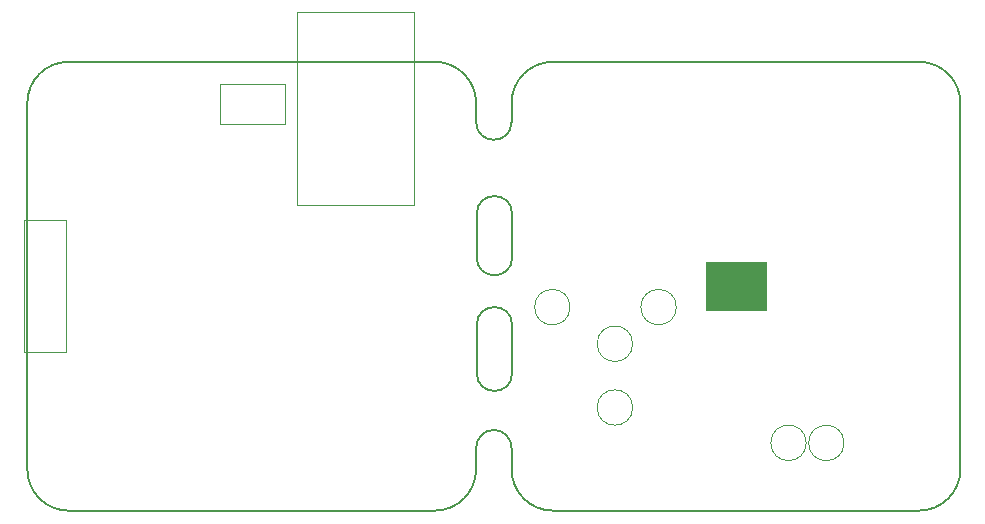
<source format=gbr>
%TF.GenerationSoftware,KiCad,Pcbnew,(7.0.0-0)*%
%TF.CreationDate,2023-05-24T17:39:12+02:00*%
%TF.ProjectId,ethersweep,65746865-7273-4776-9565-702e6b696361,2.0.1*%
%TF.SameCoordinates,Original*%
%TF.FileFunction,Other,User*%
%FSLAX46Y46*%
G04 Gerber Fmt 4.6, Leading zero omitted, Abs format (unit mm)*
G04 Created by KiCad (PCBNEW (7.0.0-0)) date 2023-05-24 17:39:12*
%MOMM*%
%LPD*%
G01*
G04 APERTURE LIST*
%ADD10C,0.050000*%
%ADD11C,0.010000*%
%TA.AperFunction,Profile*%
%ADD12C,0.150000*%
%TD*%
G04 APERTURE END LIST*
D10*
X168920000Y-22510000D02*
X178820000Y-22510000D01*
X168920000Y-38800000D02*
X168920000Y-22510000D01*
X178820000Y-22510000D02*
X178820000Y-38800000D01*
X178820000Y-38800000D02*
X168920000Y-38800000D01*
X149400000Y-51300000D02*
X145800000Y-51300000D01*
X149400000Y-40100000D02*
X149400000Y-51300000D01*
X145800000Y-51300000D02*
X145800000Y-40100000D01*
X145800000Y-40100000D02*
X149400000Y-40100000D01*
X167900000Y-31950000D02*
X167900000Y-28550000D01*
X167900000Y-28550000D02*
X162400000Y-28550000D01*
X162400000Y-31950000D02*
X167900000Y-31950000D01*
X162400000Y-28550000D02*
X162400000Y-31950000D01*
G36*
X208640000Y-47732000D02*
G01*
X203560000Y-47732000D01*
X203560000Y-43668000D01*
X208640000Y-43668000D01*
X208640000Y-47732000D01*
G37*
D11*
X208640000Y-47732000D02*
X203560000Y-47732000D01*
X203560000Y-43668000D01*
X208640000Y-43668000D01*
X208640000Y-47732000D01*
D10*
X197350000Y-55970000D02*
G75*
G03*
X197350000Y-55970000I-1500000J0D01*
G01*
X215250000Y-58970000D02*
G75*
G03*
X215250000Y-58970000I-1500000J0D01*
G01*
X197350000Y-50570000D02*
G75*
G03*
X197350000Y-50570000I-1500000J0D01*
G01*
X212050000Y-58963000D02*
G75*
G03*
X212050000Y-58963000I-1500000J0D01*
G01*
X201050000Y-47470000D02*
G75*
G03*
X201050000Y-47470000I-1500000J0D01*
G01*
X192050000Y-47470000D02*
G75*
G03*
X192050000Y-47470000I-1500000J0D01*
G01*
D12*
X184100000Y-31800000D02*
X184100000Y-30200000D01*
X184100000Y-60700000D02*
X184100000Y-59400000D01*
X180600000Y-26700000D02*
X149600000Y-26700000D01*
X149600000Y-26700000D02*
G75*
G03*
X146100000Y-30200000I0J-3500000D01*
G01*
X184100000Y-30200000D02*
G75*
G03*
X180600000Y-26700000I-3500000J0D01*
G01*
X180600000Y-64700000D02*
G75*
G03*
X184100000Y-61200000I0J3500000D01*
G01*
X146100000Y-30200000D02*
X146100000Y-61200000D01*
X149600000Y-64700000D02*
X180600000Y-64700000D01*
X146100000Y-61200000D02*
G75*
G03*
X149600000Y-64700000I3500000J0D01*
G01*
X184100000Y-61200000D02*
X184100000Y-60700000D01*
X225100000Y-61200000D02*
X225100000Y-30200000D01*
X190600000Y-64700000D02*
X221600000Y-64700000D01*
X187100000Y-61200000D02*
G75*
G03*
X190600000Y-64700000I3500000J0D01*
G01*
X221600000Y-64700000D02*
G75*
G03*
X225100000Y-61200000I0J3500000D01*
G01*
X190600000Y-26700000D02*
G75*
G03*
X187100000Y-30200000I0J-3500000D01*
G01*
X190600000Y-26700000D02*
X221600000Y-26700000D01*
X187100000Y-30200000D02*
X187100000Y-30700000D01*
X187100000Y-61200000D02*
X187100000Y-59400000D01*
X187100000Y-31800000D02*
X187100000Y-30700000D01*
X225100000Y-30200000D02*
G75*
G03*
X221600000Y-26700000I-3500000J0D01*
G01*
X187150000Y-48970000D02*
G75*
G03*
X184150000Y-48970000I-1500000J0D01*
G01*
X187150000Y-39570000D02*
G75*
G03*
X184150000Y-39570000I-1500000J0D01*
G01*
X187100000Y-59400000D02*
G75*
G03*
X184100000Y-59400000I-1500000J30019D01*
G01*
X184150000Y-53070000D02*
X184150000Y-48970000D01*
X184150000Y-43270000D02*
X184150000Y-39570000D01*
X184150000Y-43270000D02*
G75*
G03*
X187150000Y-43270000I1500000J0D01*
G01*
X184100000Y-31800000D02*
G75*
G03*
X187100000Y-31800000I1500000J0D01*
G01*
X187150000Y-39570000D02*
X187150000Y-43270000D01*
X187150000Y-48970000D02*
X187150000Y-53070000D01*
X184150000Y-53070000D02*
G75*
G03*
X187150000Y-53070000I1500000J0D01*
G01*
M02*

</source>
